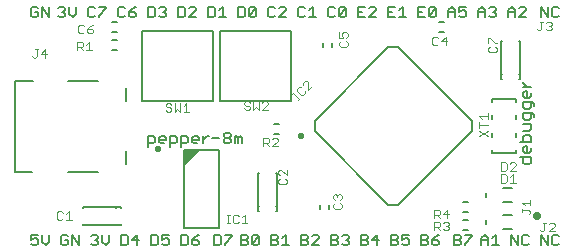
<source format=gto>
G75*
G70*
%OFA0B0*%
%FSLAX24Y24*%
%IPPOS*%
%LPD*%
%AMOC8*
5,1,8,0,0,1.08239X$1,22.5*
%
%ADD10C,0.0050*%
%ADD11C,0.0283*%
%ADD12C,0.0040*%
%ADD13C,0.0060*%
%ADD14C,0.0223*%
D10*
X000736Y001205D02*
X000678Y001263D01*
X000736Y001205D02*
X000853Y001205D01*
X000911Y001263D01*
X000911Y001380D01*
X000853Y001439D01*
X000795Y001439D01*
X000678Y001380D01*
X000678Y001555D01*
X000911Y001555D01*
X001046Y001555D02*
X001046Y001322D01*
X001163Y001205D01*
X001280Y001322D01*
X001280Y001555D01*
X001678Y001497D02*
X001678Y001263D01*
X001736Y001205D01*
X001853Y001205D01*
X001911Y001263D01*
X001911Y001380D01*
X001795Y001380D01*
X001911Y001497D02*
X001853Y001555D01*
X001736Y001555D01*
X001678Y001497D01*
X002046Y001555D02*
X002280Y001205D01*
X002280Y001555D01*
X002046Y001555D02*
X002046Y001205D01*
X002678Y001263D02*
X002736Y001205D01*
X002853Y001205D01*
X002911Y001263D01*
X002911Y001322D01*
X002853Y001380D01*
X002795Y001380D01*
X002853Y001380D02*
X002911Y001439D01*
X002911Y001497D01*
X002853Y001555D01*
X002736Y001555D01*
X002678Y001497D01*
X003046Y001555D02*
X003046Y001322D01*
X003163Y001205D01*
X003280Y001322D01*
X003280Y001555D01*
X003678Y001555D02*
X003853Y001555D01*
X003911Y001497D01*
X003911Y001263D01*
X003853Y001205D01*
X003678Y001205D01*
X003678Y001555D01*
X004046Y001380D02*
X004280Y001380D01*
X004221Y001555D02*
X004046Y001380D01*
X004221Y001205D02*
X004221Y001555D01*
X004678Y001555D02*
X004853Y001555D01*
X004911Y001497D01*
X004911Y001263D01*
X004853Y001205D01*
X004678Y001205D01*
X004678Y001555D01*
X005046Y001555D02*
X005046Y001380D01*
X005163Y001439D01*
X005221Y001439D01*
X005280Y001380D01*
X005280Y001263D01*
X005221Y001205D01*
X005105Y001205D01*
X005046Y001263D01*
X005046Y001555D02*
X005280Y001555D01*
X005678Y001555D02*
X005853Y001555D01*
X005911Y001497D01*
X005911Y001263D01*
X005853Y001205D01*
X005678Y001205D01*
X005678Y001555D01*
X006046Y001380D02*
X006221Y001380D01*
X006280Y001322D01*
X006280Y001263D01*
X006221Y001205D01*
X006105Y001205D01*
X006046Y001263D01*
X006046Y001380D01*
X006163Y001497D01*
X006280Y001555D01*
X006778Y001555D02*
X006953Y001555D01*
X007011Y001497D01*
X007011Y001263D01*
X006953Y001205D01*
X006778Y001205D01*
X006778Y001555D01*
X007146Y001555D02*
X007380Y001555D01*
X007380Y001497D01*
X007146Y001263D01*
X007146Y001205D01*
X007678Y001205D02*
X007853Y001205D01*
X007911Y001263D01*
X007911Y001322D01*
X007853Y001380D01*
X007678Y001380D01*
X007853Y001380D02*
X007911Y001439D01*
X007911Y001497D01*
X007853Y001555D01*
X007678Y001555D01*
X007678Y001205D01*
X008046Y001263D02*
X008105Y001205D01*
X008221Y001205D01*
X008280Y001263D01*
X008280Y001497D01*
X008046Y001263D01*
X008046Y001497D01*
X008105Y001555D01*
X008221Y001555D01*
X008280Y001497D01*
X008678Y001555D02*
X008853Y001555D01*
X008911Y001497D01*
X008911Y001439D01*
X008853Y001380D01*
X008678Y001380D01*
X008853Y001380D02*
X008911Y001322D01*
X008911Y001263D01*
X008853Y001205D01*
X008678Y001205D01*
X008678Y001555D01*
X009046Y001439D02*
X009163Y001555D01*
X009163Y001205D01*
X009046Y001205D02*
X009280Y001205D01*
X009678Y001205D02*
X009853Y001205D01*
X009911Y001263D01*
X009911Y001322D01*
X009853Y001380D01*
X009678Y001380D01*
X009853Y001380D02*
X009911Y001439D01*
X009911Y001497D01*
X009853Y001555D01*
X009678Y001555D01*
X009678Y001205D01*
X010046Y001205D02*
X010280Y001439D01*
X010280Y001497D01*
X010221Y001555D01*
X010105Y001555D01*
X010046Y001497D01*
X010046Y001205D02*
X010280Y001205D01*
X010678Y001205D02*
X010853Y001205D01*
X010911Y001263D01*
X010911Y001322D01*
X010853Y001380D01*
X010678Y001380D01*
X010853Y001380D02*
X010911Y001439D01*
X010911Y001497D01*
X010853Y001555D01*
X010678Y001555D01*
X010678Y001205D01*
X011046Y001263D02*
X011105Y001205D01*
X011221Y001205D01*
X011280Y001263D01*
X011280Y001322D01*
X011221Y001380D01*
X011163Y001380D01*
X011221Y001380D02*
X011280Y001439D01*
X011280Y001497D01*
X011221Y001555D01*
X011105Y001555D01*
X011046Y001497D01*
X011678Y001555D02*
X011678Y001205D01*
X011853Y001205D01*
X011911Y001263D01*
X011911Y001322D01*
X011853Y001380D01*
X011678Y001380D01*
X011853Y001380D02*
X011911Y001439D01*
X011911Y001497D01*
X011853Y001555D01*
X011678Y001555D01*
X012046Y001380D02*
X012280Y001380D01*
X012221Y001555D02*
X012046Y001380D01*
X012221Y001205D02*
X012221Y001555D01*
X012678Y001555D02*
X012853Y001555D01*
X012911Y001497D01*
X012911Y001439D01*
X012853Y001380D01*
X012678Y001380D01*
X012853Y001380D02*
X012911Y001322D01*
X012911Y001263D01*
X012853Y001205D01*
X012678Y001205D01*
X012678Y001555D01*
X013046Y001555D02*
X013046Y001380D01*
X013163Y001439D01*
X013221Y001439D01*
X013280Y001380D01*
X013280Y001263D01*
X013221Y001205D01*
X013105Y001205D01*
X013046Y001263D01*
X013046Y001555D02*
X013280Y001555D01*
X013678Y001555D02*
X013853Y001555D01*
X013911Y001497D01*
X013911Y001439D01*
X013853Y001380D01*
X013678Y001380D01*
X013853Y001380D02*
X013911Y001322D01*
X013911Y001263D01*
X013853Y001205D01*
X013678Y001205D01*
X013678Y001555D01*
X014046Y001380D02*
X014221Y001380D01*
X014280Y001322D01*
X014280Y001263D01*
X014221Y001205D01*
X014105Y001205D01*
X014046Y001263D01*
X014046Y001380D01*
X014163Y001497D01*
X014280Y001555D01*
X014778Y001555D02*
X014953Y001555D01*
X015011Y001497D01*
X015011Y001439D01*
X014953Y001380D01*
X014778Y001380D01*
X014953Y001380D02*
X015011Y001322D01*
X015011Y001263D01*
X014953Y001205D01*
X014778Y001205D01*
X014778Y001555D01*
X015074Y001723D02*
X015232Y001723D01*
X015146Y001555D02*
X015380Y001555D01*
X015380Y001497D01*
X015146Y001263D01*
X015146Y001205D01*
X015678Y001205D02*
X015678Y001439D01*
X015795Y001555D01*
X015911Y001439D01*
X015911Y001205D01*
X016046Y001205D02*
X016280Y001205D01*
X016163Y001205D02*
X016163Y001555D01*
X016046Y001439D01*
X015911Y001380D02*
X015678Y001380D01*
X016678Y001205D02*
X016678Y001555D01*
X016911Y001205D01*
X016911Y001555D01*
X017046Y001497D02*
X017046Y001263D01*
X017105Y001205D01*
X017221Y001205D01*
X017280Y001263D01*
X017280Y001497D02*
X017221Y001555D01*
X017105Y001555D01*
X017046Y001497D01*
X017678Y001555D02*
X017678Y001205D01*
X017911Y001205D02*
X017911Y001555D01*
X018046Y001497D02*
X018046Y001263D01*
X018105Y001205D01*
X018221Y001205D01*
X018280Y001263D01*
X018280Y001497D02*
X018221Y001555D01*
X018105Y001555D01*
X018046Y001497D01*
X017911Y001205D02*
X017678Y001555D01*
X015232Y002037D02*
X015074Y002037D01*
X015074Y002323D02*
X015232Y002323D01*
X015232Y002637D02*
X015074Y002637D01*
X017094Y003963D02*
X017153Y003905D01*
X017269Y003905D01*
X017328Y003963D01*
X017328Y004139D01*
X016978Y004139D01*
X017094Y004139D02*
X017094Y003963D01*
X017153Y004273D02*
X017094Y004332D01*
X017094Y004448D01*
X017153Y004507D01*
X017211Y004507D01*
X017211Y004273D01*
X017269Y004273D02*
X017153Y004273D01*
X017269Y004273D02*
X017328Y004332D01*
X017328Y004448D01*
X017328Y004642D02*
X016978Y004642D01*
X017094Y004642D02*
X017094Y004817D01*
X017153Y004875D01*
X017269Y004875D01*
X017328Y004817D01*
X017328Y004642D01*
X017269Y005010D02*
X017094Y005010D01*
X017269Y005010D02*
X017328Y005068D01*
X017328Y005243D01*
X017094Y005243D01*
X017153Y005378D02*
X017269Y005378D01*
X017328Y005437D01*
X017328Y005612D01*
X017386Y005612D02*
X017445Y005553D01*
X017445Y005495D01*
X017386Y005612D02*
X017094Y005612D01*
X017094Y005437D01*
X017153Y005378D01*
X017153Y005747D02*
X017269Y005747D01*
X017328Y005805D01*
X017328Y005980D01*
X017386Y005980D02*
X017094Y005980D01*
X017094Y005805D01*
X017153Y005747D01*
X017445Y005863D02*
X017445Y005922D01*
X017386Y005980D01*
X017269Y006115D02*
X017153Y006115D01*
X017094Y006173D01*
X017094Y006290D01*
X017153Y006348D01*
X017211Y006348D01*
X017211Y006115D01*
X017269Y006115D02*
X017328Y006173D01*
X017328Y006290D01*
X017328Y006483D02*
X017094Y006483D01*
X017094Y006600D02*
X017094Y006658D01*
X017094Y006600D02*
X017211Y006483D01*
X015370Y005347D02*
X015370Y005013D01*
X015370Y005347D02*
X012920Y007797D01*
X012586Y007797D02*
X010136Y005347D01*
X008932Y005237D02*
X008774Y005237D01*
X008774Y004923D02*
X008932Y004923D01*
X007696Y004780D02*
X007696Y004605D01*
X007580Y004605D02*
X007580Y004780D01*
X007638Y004839D01*
X007696Y004780D01*
X007580Y004780D02*
X007521Y004839D01*
X007463Y004839D01*
X007463Y004605D01*
X007328Y004663D02*
X007270Y004605D01*
X007153Y004605D01*
X007095Y004663D01*
X007095Y004722D01*
X007153Y004780D01*
X007270Y004780D01*
X007328Y004722D01*
X007328Y004663D01*
X007270Y004780D02*
X007328Y004839D01*
X007328Y004897D01*
X007270Y004955D01*
X007153Y004955D01*
X007095Y004897D01*
X007095Y004839D01*
X007153Y004780D01*
X006960Y004780D02*
X006726Y004780D01*
X006595Y004839D02*
X006536Y004839D01*
X006419Y004722D01*
X006419Y004605D02*
X006419Y004839D01*
X006285Y004780D02*
X006285Y004722D01*
X006051Y004722D01*
X006051Y004780D02*
X006051Y004663D01*
X006109Y004605D01*
X006226Y004605D01*
X006285Y004780D02*
X006226Y004839D01*
X006109Y004839D01*
X006051Y004780D01*
X005916Y004780D02*
X005916Y004663D01*
X005858Y004605D01*
X005683Y004605D01*
X005683Y004488D02*
X005683Y004839D01*
X005858Y004839D01*
X005916Y004780D01*
X005548Y004780D02*
X005548Y004663D01*
X005490Y004605D01*
X005314Y004605D01*
X005314Y004488D02*
X005314Y004839D01*
X005490Y004839D01*
X005548Y004780D01*
X005180Y004780D02*
X005180Y004722D01*
X004946Y004722D01*
X004946Y004780D02*
X004946Y004663D01*
X005005Y004605D01*
X005121Y004605D01*
X005180Y004780D02*
X005121Y004839D01*
X005005Y004839D01*
X004946Y004780D01*
X004811Y004780D02*
X004811Y004663D01*
X004753Y004605D01*
X004578Y004605D01*
X004578Y004488D02*
X004578Y004839D01*
X004753Y004839D01*
X004811Y004780D01*
X005762Y004379D02*
X005762Y003867D01*
X006274Y004379D01*
X005762Y004379D01*
X005762Y004351D02*
X006246Y004351D01*
X006197Y004303D02*
X005762Y004303D01*
X005762Y004254D02*
X006149Y004254D01*
X006100Y004206D02*
X005762Y004206D01*
X005762Y004157D02*
X006052Y004157D01*
X006003Y004109D02*
X005762Y004109D01*
X005762Y004060D02*
X005955Y004060D01*
X005906Y004012D02*
X005762Y004012D01*
X005762Y003963D02*
X005858Y003963D01*
X005809Y003915D02*
X005762Y003915D01*
X010295Y002559D02*
X010295Y002401D01*
X010610Y002401D02*
X010610Y002559D01*
X003532Y007723D02*
X003374Y007723D01*
X003374Y008037D02*
X003532Y008037D01*
X003532Y008323D02*
X003374Y008323D01*
X003374Y008637D02*
X003532Y008637D01*
X003636Y008805D02*
X003753Y008805D01*
X003811Y008863D01*
X003946Y008863D02*
X004005Y008805D01*
X004121Y008805D01*
X004180Y008863D01*
X004180Y008922D01*
X004121Y008980D01*
X003946Y008980D01*
X003946Y008863D01*
X003946Y008980D02*
X004063Y009097D01*
X004180Y009155D01*
X003811Y009097D02*
X003753Y009155D01*
X003636Y009155D01*
X003578Y009097D01*
X003578Y008863D01*
X003636Y008805D01*
X003180Y009097D02*
X002946Y008863D01*
X002946Y008805D01*
X002811Y008863D02*
X002753Y008805D01*
X002636Y008805D01*
X002578Y008863D01*
X002578Y009097D01*
X002636Y009155D01*
X002753Y009155D01*
X002811Y009097D01*
X002946Y009155D02*
X003180Y009155D01*
X003180Y009097D01*
X002180Y009155D02*
X002180Y008922D01*
X002063Y008805D01*
X001946Y008922D01*
X001946Y009155D01*
X001811Y009097D02*
X001811Y009039D01*
X001753Y008980D01*
X001811Y008922D01*
X001811Y008863D01*
X001753Y008805D01*
X001636Y008805D01*
X001578Y008863D01*
X001695Y008980D02*
X001753Y008980D01*
X001811Y009097D02*
X001753Y009155D01*
X001636Y009155D01*
X001578Y009097D01*
X001280Y009155D02*
X001280Y008805D01*
X001046Y009155D01*
X001046Y008805D01*
X000911Y008863D02*
X000911Y008980D01*
X000795Y008980D01*
X000911Y008863D02*
X000853Y008805D01*
X000736Y008805D01*
X000678Y008863D01*
X000678Y009097D01*
X000736Y009155D01*
X000853Y009155D01*
X000911Y009097D01*
X004578Y009155D02*
X004578Y008805D01*
X004753Y008805D01*
X004811Y008863D01*
X004811Y009097D01*
X004753Y009155D01*
X004578Y009155D01*
X004946Y009097D02*
X005005Y009155D01*
X005121Y009155D01*
X005180Y009097D01*
X005180Y009039D01*
X005121Y008980D01*
X005180Y008922D01*
X005180Y008863D01*
X005121Y008805D01*
X005005Y008805D01*
X004946Y008863D01*
X005063Y008980D02*
X005121Y008980D01*
X005578Y008805D02*
X005753Y008805D01*
X005811Y008863D01*
X005811Y009097D01*
X005753Y009155D01*
X005578Y009155D01*
X005578Y008805D01*
X005946Y008805D02*
X006180Y009039D01*
X006180Y009097D01*
X006121Y009155D01*
X006005Y009155D01*
X005946Y009097D01*
X005946Y008805D02*
X006180Y008805D01*
X006578Y008805D02*
X006753Y008805D01*
X006811Y008863D01*
X006811Y009097D01*
X006753Y009155D01*
X006578Y009155D01*
X006578Y008805D01*
X006946Y008805D02*
X007180Y008805D01*
X007063Y008805D02*
X007063Y009155D01*
X006946Y009039D01*
X007578Y009155D02*
X007578Y008805D01*
X007753Y008805D01*
X007811Y008863D01*
X007811Y009097D01*
X007753Y009155D01*
X007578Y009155D01*
X007946Y009097D02*
X008005Y009155D01*
X008121Y009155D01*
X008180Y009097D01*
X007946Y008863D01*
X008005Y008805D01*
X008121Y008805D01*
X008180Y008863D01*
X008180Y009097D01*
X007946Y009097D02*
X007946Y008863D01*
X008578Y008863D02*
X008636Y008805D01*
X008753Y008805D01*
X008811Y008863D01*
X008946Y008805D02*
X009180Y009039D01*
X009180Y009097D01*
X009121Y009155D01*
X009005Y009155D01*
X008946Y009097D01*
X008811Y009097D02*
X008753Y009155D01*
X008636Y009155D01*
X008578Y009097D01*
X008578Y008863D01*
X008946Y008805D02*
X009180Y008805D01*
X009578Y008863D02*
X009636Y008805D01*
X009753Y008805D01*
X009811Y008863D01*
X009946Y008805D02*
X010180Y008805D01*
X010063Y008805D02*
X010063Y009155D01*
X009946Y009039D01*
X009811Y009097D02*
X009753Y009155D01*
X009636Y009155D01*
X009578Y009097D01*
X009578Y008863D01*
X010578Y008863D02*
X010636Y008805D01*
X010753Y008805D01*
X010811Y008863D01*
X010946Y008863D02*
X011180Y009097D01*
X011180Y008863D01*
X011121Y008805D01*
X011005Y008805D01*
X010946Y008863D01*
X010946Y009097D01*
X011005Y009155D01*
X011121Y009155D01*
X011180Y009097D01*
X010811Y009097D02*
X010753Y009155D01*
X010636Y009155D01*
X010578Y009097D01*
X010578Y008863D01*
X011578Y008805D02*
X011811Y008805D01*
X011946Y008805D02*
X012180Y009039D01*
X012180Y009097D01*
X012121Y009155D01*
X012005Y009155D01*
X011946Y009097D01*
X011811Y009155D02*
X011578Y009155D01*
X011578Y008805D01*
X011578Y008980D02*
X011695Y008980D01*
X011946Y008805D02*
X012180Y008805D01*
X012578Y008805D02*
X012811Y008805D01*
X012946Y008805D02*
X013180Y008805D01*
X013063Y008805D02*
X013063Y009155D01*
X012946Y009039D01*
X012811Y009155D02*
X012578Y009155D01*
X012578Y008805D01*
X012578Y008980D02*
X012695Y008980D01*
X013578Y008980D02*
X013695Y008980D01*
X013946Y008863D02*
X014180Y009097D01*
X014180Y008863D01*
X014121Y008805D01*
X014005Y008805D01*
X013946Y008863D01*
X013946Y009097D01*
X014005Y009155D01*
X014121Y009155D01*
X014180Y009097D01*
X013811Y009155D02*
X013578Y009155D01*
X013578Y008805D01*
X013811Y008805D01*
X014274Y008637D02*
X014432Y008637D01*
X014578Y008805D02*
X014578Y009039D01*
X014695Y009155D01*
X014811Y009039D01*
X014811Y008805D01*
X014946Y008863D02*
X015005Y008805D01*
X015121Y008805D01*
X015180Y008863D01*
X015180Y008980D01*
X015121Y009039D01*
X015063Y009039D01*
X014946Y008980D01*
X014946Y009155D01*
X015180Y009155D01*
X014811Y008980D02*
X014578Y008980D01*
X015578Y008980D02*
X015811Y008980D01*
X015811Y009039D02*
X015811Y008805D01*
X015946Y008863D02*
X016005Y008805D01*
X016121Y008805D01*
X016180Y008863D01*
X016180Y008922D01*
X016121Y008980D01*
X016063Y008980D01*
X016121Y008980D02*
X016180Y009039D01*
X016180Y009097D01*
X016121Y009155D01*
X016005Y009155D01*
X015946Y009097D01*
X015811Y009039D02*
X015695Y009155D01*
X015578Y009039D01*
X015578Y008805D01*
X016578Y008805D02*
X016578Y009039D01*
X016695Y009155D01*
X016811Y009039D01*
X016811Y008805D01*
X016946Y008805D02*
X017180Y009039D01*
X017180Y009097D01*
X017121Y009155D01*
X017005Y009155D01*
X016946Y009097D01*
X016811Y008980D02*
X016578Y008980D01*
X016946Y008805D02*
X017180Y008805D01*
X017678Y008805D02*
X017678Y009155D01*
X017911Y008805D01*
X017911Y009155D01*
X018046Y009097D02*
X018046Y008863D01*
X018105Y008805D01*
X018221Y008805D01*
X018280Y008863D01*
X018280Y009097D02*
X018221Y009155D01*
X018105Y009155D01*
X018046Y009097D01*
X014432Y008323D02*
X014274Y008323D01*
X010710Y007959D02*
X010710Y007801D01*
X010395Y007801D02*
X010395Y007959D01*
D11*
X017553Y002180D03*
D12*
X017319Y002283D02*
X017272Y002236D01*
X017319Y002283D02*
X017319Y002329D01*
X017272Y002376D01*
X017039Y002376D01*
X017039Y002329D02*
X017039Y002423D01*
X017132Y002531D02*
X017039Y002624D01*
X017319Y002624D01*
X017319Y002531D02*
X017319Y002717D01*
X016834Y003289D02*
X016647Y003289D01*
X016741Y003289D02*
X016741Y003569D01*
X016647Y003475D01*
X016540Y003522D02*
X016540Y003335D01*
X016493Y003289D01*
X016353Y003289D01*
X016353Y003569D01*
X016493Y003569D01*
X016540Y003522D01*
X016493Y003689D02*
X016353Y003689D01*
X016353Y003969D01*
X016493Y003969D01*
X016540Y003922D01*
X016540Y003735D01*
X016493Y003689D01*
X016647Y003689D02*
X016834Y003875D01*
X016834Y003922D01*
X016788Y003969D01*
X016694Y003969D01*
X016647Y003922D01*
X016647Y003689D02*
X016834Y003689D01*
X015903Y004834D02*
X015623Y005021D01*
X015623Y005129D02*
X015623Y005315D01*
X015623Y005222D02*
X015903Y005222D01*
X015903Y005423D02*
X015903Y005610D01*
X015903Y005517D02*
X015623Y005517D01*
X015716Y005423D01*
X015903Y005021D02*
X015623Y004834D01*
X014556Y002385D02*
X014416Y002244D01*
X014603Y002244D01*
X014556Y002104D02*
X014556Y002385D01*
X014308Y002338D02*
X014308Y002244D01*
X014262Y002198D01*
X014122Y002198D01*
X014215Y002198D02*
X014308Y002104D01*
X014262Y001985D02*
X014122Y001985D01*
X014122Y001704D01*
X014122Y001798D02*
X014262Y001798D01*
X014308Y001844D01*
X014308Y001938D01*
X014262Y001985D01*
X014416Y001938D02*
X014463Y001985D01*
X014556Y001985D01*
X014603Y001938D01*
X014603Y001891D01*
X014556Y001844D01*
X014603Y001798D01*
X014603Y001751D01*
X014556Y001704D01*
X014463Y001704D01*
X014416Y001751D01*
X014308Y001704D02*
X014215Y001798D01*
X014510Y001844D02*
X014556Y001844D01*
X014122Y002104D02*
X014122Y002385D01*
X014262Y002385D01*
X014308Y002338D01*
X011028Y002469D02*
X011028Y002563D01*
X010982Y002609D01*
X010982Y002717D02*
X011028Y002764D01*
X011028Y002857D01*
X010982Y002904D01*
X010935Y002904D01*
X010888Y002857D01*
X010888Y002811D01*
X010888Y002857D02*
X010842Y002904D01*
X010795Y002904D01*
X010748Y002857D01*
X010748Y002764D01*
X010795Y002717D01*
X010795Y002609D02*
X010748Y002563D01*
X010748Y002469D01*
X010795Y002423D01*
X010982Y002423D01*
X011028Y002469D01*
X009207Y003284D02*
X009207Y003378D01*
X009160Y003424D01*
X009207Y003532D02*
X009020Y003719D01*
X008974Y003719D01*
X008927Y003672D01*
X008927Y003579D01*
X008974Y003532D01*
X008974Y003424D02*
X008927Y003378D01*
X008927Y003284D01*
X008974Y003237D01*
X009160Y003237D01*
X009207Y003284D01*
X009207Y003532D02*
X009207Y003719D01*
X008903Y004504D02*
X008716Y004504D01*
X008903Y004691D01*
X008903Y004738D01*
X008856Y004785D01*
X008763Y004785D01*
X008716Y004738D01*
X008608Y004738D02*
X008608Y004644D01*
X008562Y004598D01*
X008422Y004598D01*
X008515Y004598D02*
X008608Y004504D01*
X008422Y004504D02*
X008422Y004785D01*
X008562Y004785D01*
X008608Y004738D01*
X008565Y005720D02*
X008378Y005720D01*
X008565Y005907D01*
X008565Y005954D01*
X008518Y006001D01*
X008425Y006001D01*
X008378Y005954D01*
X008270Y006001D02*
X008270Y005720D01*
X008177Y005814D01*
X008083Y005720D01*
X008083Y006001D01*
X007975Y005954D02*
X007929Y006001D01*
X007835Y006001D01*
X007789Y005954D01*
X007789Y005907D01*
X007835Y005861D01*
X007929Y005861D01*
X007975Y005814D01*
X007975Y005767D01*
X007929Y005720D01*
X007835Y005720D01*
X007789Y005767D01*
X009381Y006242D02*
X009447Y006308D01*
X009414Y006275D02*
X009612Y006076D01*
X009579Y006043D02*
X009645Y006110D01*
X009685Y006215D02*
X009751Y006215D01*
X009817Y006281D01*
X009817Y006347D01*
X009926Y006391D02*
X010059Y006523D01*
X009926Y006391D02*
X009926Y006655D01*
X009893Y006688D01*
X009827Y006688D01*
X009761Y006622D01*
X009761Y006556D01*
X009685Y006480D02*
X009619Y006480D01*
X009553Y006414D01*
X009553Y006347D01*
X009685Y006215D01*
X010995Y007823D02*
X010948Y007869D01*
X010948Y007963D01*
X010995Y008009D01*
X010948Y008117D02*
X011088Y008117D01*
X011042Y008211D01*
X011042Y008257D01*
X011088Y008304D01*
X011182Y008304D01*
X011228Y008257D01*
X011228Y008164D01*
X011182Y008117D01*
X011182Y008009D02*
X011228Y007963D01*
X011228Y007869D01*
X011182Y007823D01*
X010995Y007823D01*
X010948Y008117D02*
X010948Y008304D01*
X014061Y008109D02*
X014061Y007922D01*
X014108Y007876D01*
X014201Y007876D01*
X014248Y007922D01*
X014356Y008016D02*
X014543Y008016D01*
X014496Y007876D02*
X014496Y008156D01*
X014356Y008016D01*
X014248Y008109D02*
X014201Y008156D01*
X014108Y008156D01*
X014061Y008109D01*
X015927Y008119D02*
X015927Y007932D01*
X015974Y007824D02*
X015927Y007778D01*
X015927Y007684D01*
X015974Y007637D01*
X016160Y007637D01*
X016207Y007684D01*
X016207Y007778D01*
X016160Y007824D01*
X016160Y007932D02*
X016207Y007932D01*
X016160Y007932D02*
X015974Y008119D01*
X015927Y008119D01*
X017548Y008413D02*
X017594Y008366D01*
X017641Y008366D01*
X017688Y008413D01*
X017688Y008646D01*
X017734Y008646D02*
X017641Y008646D01*
X017842Y008600D02*
X017889Y008646D01*
X017982Y008646D01*
X018029Y008600D01*
X018029Y008553D01*
X017982Y008506D01*
X018029Y008459D01*
X018029Y008413D01*
X017982Y008366D01*
X017889Y008366D01*
X017842Y008413D01*
X017936Y008506D02*
X017982Y008506D01*
X007799Y002227D02*
X007799Y001947D01*
X007706Y001947D02*
X007892Y001947D01*
X007706Y002134D02*
X007799Y002227D01*
X007598Y002180D02*
X007551Y002227D01*
X007458Y002227D01*
X007411Y002180D01*
X007411Y001994D01*
X007458Y001947D01*
X007551Y001947D01*
X007598Y001994D01*
X007308Y001947D02*
X007215Y001947D01*
X007261Y001947D02*
X007261Y002227D01*
X007215Y002227D02*
X007308Y002227D01*
X002028Y002054D02*
X001841Y002054D01*
X001934Y002054D02*
X001934Y002335D01*
X001841Y002241D01*
X001733Y002288D02*
X001686Y002335D01*
X001593Y002335D01*
X001546Y002288D01*
X001546Y002101D01*
X001593Y002054D01*
X001686Y002054D01*
X001733Y002101D01*
X005220Y005660D02*
X005173Y005706D01*
X005220Y005660D02*
X005313Y005660D01*
X005360Y005706D01*
X005360Y005753D01*
X005313Y005800D01*
X005220Y005800D01*
X005173Y005846D01*
X005173Y005893D01*
X005220Y005940D01*
X005313Y005940D01*
X005360Y005893D01*
X005468Y005940D02*
X005468Y005660D01*
X005561Y005753D01*
X005655Y005660D01*
X005655Y005940D01*
X005762Y005846D02*
X005856Y005940D01*
X005856Y005660D01*
X005949Y005660D02*
X005762Y005660D01*
X002703Y007704D02*
X002516Y007704D01*
X002610Y007704D02*
X002610Y007985D01*
X002516Y007891D01*
X002408Y007844D02*
X002362Y007798D01*
X002222Y007798D01*
X002315Y007798D02*
X002408Y007704D01*
X002408Y007844D02*
X002408Y007938D01*
X002362Y007985D01*
X002222Y007985D01*
X002222Y007704D01*
X002308Y008276D02*
X002401Y008276D01*
X002448Y008322D01*
X002556Y008322D02*
X002602Y008276D01*
X002696Y008276D01*
X002743Y008322D01*
X002743Y008369D01*
X002696Y008416D01*
X002556Y008416D01*
X002556Y008322D01*
X002556Y008416D02*
X002649Y008509D01*
X002743Y008556D01*
X002448Y008509D02*
X002401Y008556D01*
X002308Y008556D01*
X002261Y008509D01*
X002261Y008322D01*
X002308Y008276D01*
X001158Y007730D02*
X001017Y007590D01*
X001204Y007590D01*
X001158Y007450D02*
X001158Y007730D01*
X000910Y007730D02*
X000816Y007730D01*
X000863Y007730D02*
X000863Y007497D01*
X000816Y007450D01*
X000770Y007450D01*
X000723Y007497D01*
X017648Y001713D02*
X017694Y001666D01*
X017741Y001666D01*
X017788Y001713D01*
X017788Y001946D01*
X017834Y001946D02*
X017741Y001946D01*
X017942Y001900D02*
X017989Y001946D01*
X018082Y001946D01*
X018129Y001900D01*
X018129Y001853D01*
X017942Y001666D01*
X018129Y001666D01*
D13*
X016710Y001744D02*
X016395Y001744D01*
X015844Y001901D02*
X015844Y002059D01*
X016395Y002216D02*
X016710Y002216D01*
X016710Y002644D02*
X016395Y002644D01*
X015844Y002801D02*
X015844Y002959D01*
X016395Y003116D02*
X016710Y003116D01*
X016847Y004274D02*
X016059Y004274D01*
X016059Y004393D01*
X016059Y004826D02*
X016059Y004944D01*
X015370Y005013D02*
X012920Y002563D01*
X012586Y002563D01*
X010136Y005013D01*
X010136Y005347D01*
X009334Y005999D02*
X006972Y005999D01*
X006972Y008361D01*
X009334Y008361D01*
X009334Y005999D01*
X006734Y005999D02*
X004372Y005999D01*
X004372Y008361D01*
X006734Y008361D01*
X006734Y005999D01*
X006943Y004379D02*
X005762Y004379D01*
X005762Y001781D01*
X006943Y001781D01*
X006943Y004379D01*
X008238Y003610D02*
X008277Y003610D01*
X008238Y003610D02*
X008238Y002508D01*
X008277Y002508D01*
X008238Y002508D02*
X008238Y002350D01*
X008277Y002350D01*
X008828Y002350D02*
X008868Y002350D01*
X008868Y002508D01*
X008828Y002508D01*
X008868Y002508D02*
X008868Y003610D01*
X008828Y003610D01*
X003831Y003920D02*
X003831Y004353D01*
X002925Y003645D02*
X001902Y003645D01*
X000721Y003645D02*
X000130Y003645D01*
X000130Y006676D01*
X000760Y006676D01*
X001902Y006676D02*
X002925Y006676D01*
X003831Y006440D02*
X003831Y006007D01*
X003683Y002495D02*
X003525Y002495D01*
X003525Y002456D01*
X003525Y002495D02*
X002423Y002495D01*
X002423Y002456D01*
X002423Y001904D02*
X002423Y001865D01*
X003525Y001865D01*
X003525Y001904D01*
X003525Y001865D02*
X003683Y001865D01*
X003683Y001904D01*
X003683Y002456D02*
X003683Y002495D01*
X012586Y007797D02*
X012920Y007797D01*
X016059Y006086D02*
X016847Y006086D01*
X016847Y005967D01*
X016847Y005534D02*
X016847Y005416D01*
X016059Y005416D02*
X016059Y005534D01*
X016059Y005967D02*
X016059Y006086D01*
X016338Y006750D02*
X016338Y006908D01*
X016377Y006908D01*
X016338Y006908D02*
X016338Y008010D01*
X016377Y008010D01*
X016928Y008010D02*
X016968Y008010D01*
X016968Y006908D01*
X016928Y006908D01*
X016968Y006908D02*
X016968Y006750D01*
X016928Y006750D01*
X016377Y006750D02*
X016338Y006750D01*
X016847Y004944D02*
X016847Y004826D01*
X016847Y004393D02*
X016847Y004274D01*
D14*
X009691Y004846D03*
X004896Y004419D03*
M02*

</source>
